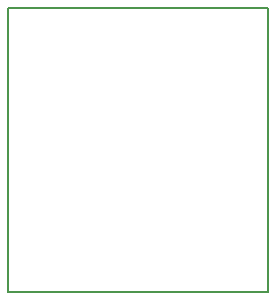
<source format=gko>
G04 Layer_Color=16711935*
%FSTAX42Y42*%
%MOMM*%
G71*
G01*
G75*
%ADD28C,0.20*%
D28*
X024028Y041444D02*
Y043844D01*
Y041444D02*
X026228D01*
Y043844D01*
X024028D02*
X026228D01*
M02*

</source>
